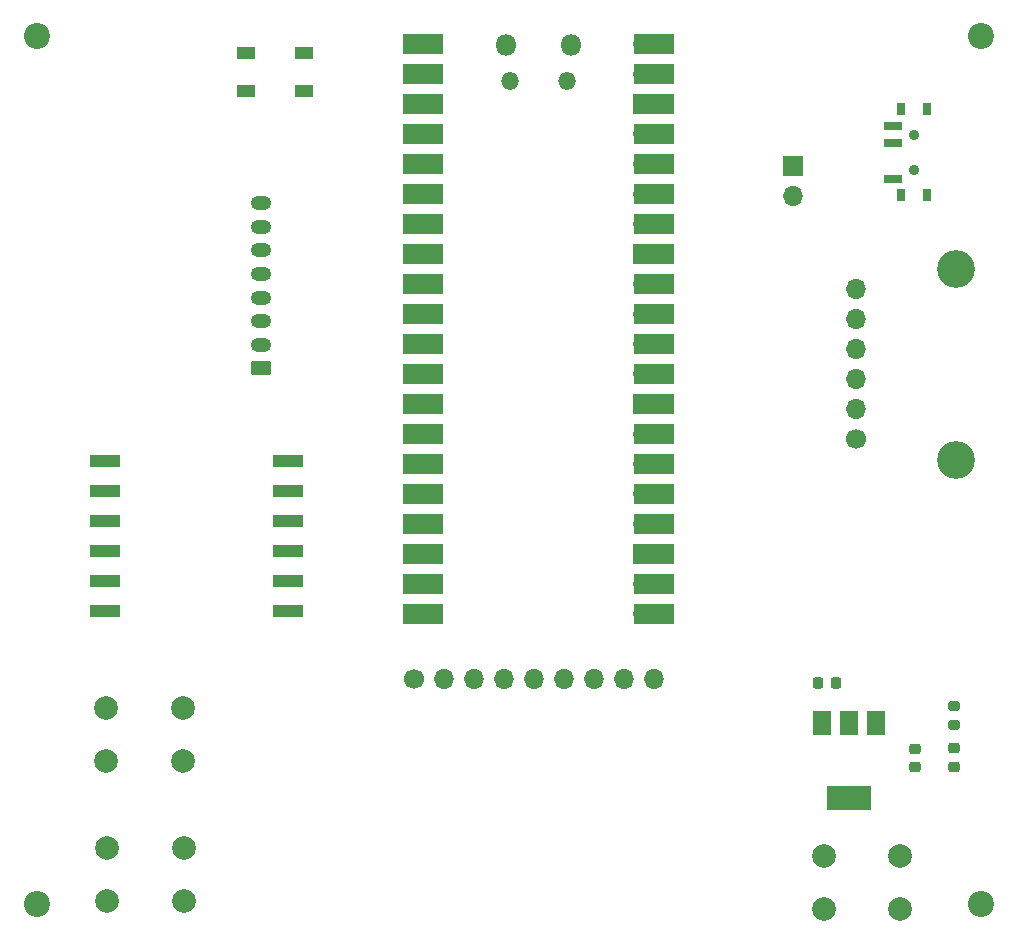
<source format=gbr>
%TF.GenerationSoftware,KiCad,Pcbnew,(6.0.7-1)-1*%
%TF.CreationDate,2022-12-28T22:22:49+00:00*%
%TF.ProjectId,pico-gps-datalogger,7069636f-2d67-4707-932d-646174616c6f,rev?*%
%TF.SameCoordinates,Original*%
%TF.FileFunction,Soldermask,Top*%
%TF.FilePolarity,Negative*%
%FSLAX46Y46*%
G04 Gerber Fmt 4.6, Leading zero omitted, Abs format (unit mm)*
G04 Created by KiCad (PCBNEW (6.0.7-1)-1) date 2022-12-28 22:22:49*
%MOMM*%
%LPD*%
G01*
G04 APERTURE LIST*
G04 Aperture macros list*
%AMRoundRect*
0 Rectangle with rounded corners*
0 $1 Rounding radius*
0 $2 $3 $4 $5 $6 $7 $8 $9 X,Y pos of 4 corners*
0 Add a 4 corners polygon primitive as box body*
4,1,4,$2,$3,$4,$5,$6,$7,$8,$9,$2,$3,0*
0 Add four circle primitives for the rounded corners*
1,1,$1+$1,$2,$3*
1,1,$1+$1,$4,$5*
1,1,$1+$1,$6,$7*
1,1,$1+$1,$8,$9*
0 Add four rect primitives between the rounded corners*
20,1,$1+$1,$2,$3,$4,$5,0*
20,1,$1+$1,$4,$5,$6,$7,0*
20,1,$1+$1,$6,$7,$8,$9,0*
20,1,$1+$1,$8,$9,$2,$3,0*%
G04 Aperture macros list end*
%ADD10RoundRect,0.200000X0.275000X-0.200000X0.275000X0.200000X-0.275000X0.200000X-0.275000X-0.200000X0*%
%ADD11C,1.700000*%
%ADD12O,1.700000X1.700000*%
%ADD13C,2.200000*%
%ADD14RoundRect,0.225000X0.250000X-0.225000X0.250000X0.225000X-0.250000X0.225000X-0.250000X-0.225000X0*%
%ADD15R,1.500000X1.000000*%
%ADD16RoundRect,0.250000X0.625000X-0.350000X0.625000X0.350000X-0.625000X0.350000X-0.625000X-0.350000X0*%
%ADD17O,1.750000X1.200000*%
%ADD18C,3.200000*%
%ADD19R,0.800000X1.000000*%
%ADD20C,0.900000*%
%ADD21R,1.500000X0.700000*%
%ADD22R,2.500000X1.000000*%
%ADD23C,2.000000*%
%ADD24R,1.700000X1.700000*%
%ADD25RoundRect,0.218750X-0.256250X0.218750X-0.256250X-0.218750X0.256250X-0.218750X0.256250X0.218750X0*%
%ADD26O,1.500000X1.500000*%
%ADD27O,1.800000X1.800000*%
%ADD28R,3.500000X1.700000*%
%ADD29R,1.500000X2.000000*%
%ADD30R,3.800000X2.000000*%
%ADD31RoundRect,0.225000X-0.225000X-0.250000X0.225000X-0.250000X0.225000X0.250000X-0.225000X0.250000X0*%
G04 APERTURE END LIST*
D10*
%TO.C,R1*%
X174847500Y-127875000D03*
X174847500Y-126225000D03*
%TD*%
D11*
%TO.C,J4*%
X166510000Y-103660000D03*
D12*
X166510000Y-101120000D03*
X166510000Y-98580000D03*
X166510000Y-96040000D03*
X166510000Y-93500000D03*
X166510000Y-90960000D03*
%TD*%
D13*
%TO.C,H4*%
X177100000Y-143000000D03*
%TD*%
%TO.C,H1*%
X97200000Y-69500000D03*
%TD*%
D11*
%TO.C,J2*%
X129100000Y-123960000D03*
D12*
X131640000Y-123960000D03*
X134180000Y-123960000D03*
X136720000Y-123960000D03*
X139260000Y-123960000D03*
X141800000Y-123960000D03*
X144340000Y-123960000D03*
X146880000Y-123960000D03*
X149420000Y-123960000D03*
%TD*%
D14*
%TO.C,C2*%
X171497500Y-131445000D03*
X171497500Y-129895000D03*
%TD*%
D13*
%TO.C,H2*%
X177100000Y-69500000D03*
%TD*%
D15*
%TO.C,D2*%
X119810000Y-74150000D03*
X119810000Y-70950000D03*
X114910000Y-70950000D03*
X114910000Y-74150000D03*
%TD*%
D16*
%TO.C,J1*%
X116120000Y-97680000D03*
D17*
X116120000Y-95680000D03*
X116120000Y-93680000D03*
X116120000Y-91680000D03*
X116120000Y-89680000D03*
X116120000Y-87680000D03*
X116120000Y-85680000D03*
X116120000Y-83680000D03*
%TD*%
D13*
%TO.C,H3*%
X97200000Y-143000000D03*
%TD*%
D18*
%TO.C,H6*%
X175000000Y-105400000D03*
%TD*%
D19*
%TO.C,SW4*%
X172540000Y-75730000D03*
X170330000Y-75730000D03*
X172540000Y-83030000D03*
D20*
X171440000Y-77880000D03*
X171440000Y-80880000D03*
D19*
X170330000Y-83030000D03*
D21*
X169680000Y-81630000D03*
X169680000Y-78630000D03*
X169680000Y-77130000D03*
%TD*%
D22*
%TO.C,U2*%
X102950000Y-105510000D03*
X102950000Y-108050000D03*
X102950000Y-110590000D03*
X102950000Y-113130000D03*
X102950000Y-115670000D03*
X102950000Y-118210000D03*
X118450000Y-118210000D03*
X118450000Y-115670000D03*
X118450000Y-113130000D03*
X118450000Y-110590000D03*
X118450000Y-108050000D03*
X118450000Y-105510000D03*
%TD*%
D23*
%TO.C,SW1*%
X109540000Y-126440000D03*
X103040000Y-126440000D03*
X103040000Y-130940000D03*
X109540000Y-130940000D03*
%TD*%
%TO.C,SW3*%
X170280000Y-138920000D03*
X163780000Y-138920000D03*
X163780000Y-143420000D03*
X170280000Y-143420000D03*
%TD*%
D24*
%TO.C,J3*%
X161160000Y-80500000D03*
D12*
X161160000Y-83040000D03*
%TD*%
D25*
%TO.C,D1*%
X174817500Y-129822500D03*
X174817500Y-131397500D03*
%TD*%
D26*
%TO.C,U3*%
X142060000Y-73335000D03*
X137210000Y-73335000D03*
D27*
X142360000Y-70305000D03*
X136910000Y-70305000D03*
D28*
X129845000Y-70175000D03*
D12*
X130745000Y-70175000D03*
X130745000Y-72715000D03*
D28*
X129845000Y-72715000D03*
D24*
X130745000Y-75255000D03*
D28*
X129845000Y-75255000D03*
D12*
X130745000Y-77795000D03*
D28*
X129845000Y-77795000D03*
X129845000Y-80335000D03*
D12*
X130745000Y-80335000D03*
D28*
X129845000Y-82875000D03*
D12*
X130745000Y-82875000D03*
X130745000Y-85415000D03*
D28*
X129845000Y-85415000D03*
D24*
X130745000Y-87955000D03*
D28*
X129845000Y-87955000D03*
D12*
X130745000Y-90495000D03*
D28*
X129845000Y-90495000D03*
D12*
X130745000Y-93035000D03*
D28*
X129845000Y-93035000D03*
D12*
X130745000Y-95575000D03*
D28*
X129845000Y-95575000D03*
X129845000Y-98115000D03*
D12*
X130745000Y-98115000D03*
D24*
X130745000Y-100655000D03*
D28*
X129845000Y-100655000D03*
D12*
X130745000Y-103195000D03*
D28*
X129845000Y-103195000D03*
X129845000Y-105735000D03*
D12*
X130745000Y-105735000D03*
X130745000Y-108275000D03*
D28*
X129845000Y-108275000D03*
X129845000Y-110815000D03*
D12*
X130745000Y-110815000D03*
D24*
X130745000Y-113355000D03*
D28*
X129845000Y-113355000D03*
D12*
X130745000Y-115895000D03*
D28*
X129845000Y-115895000D03*
X129845000Y-118435000D03*
D12*
X130745000Y-118435000D03*
X148525000Y-118435000D03*
D28*
X149425000Y-118435000D03*
X149425000Y-115895000D03*
D12*
X148525000Y-115895000D03*
D24*
X148525000Y-113355000D03*
D28*
X149425000Y-113355000D03*
D12*
X148525000Y-110815000D03*
D28*
X149425000Y-110815000D03*
X149425000Y-108275000D03*
D12*
X148525000Y-108275000D03*
D28*
X149425000Y-105735000D03*
D12*
X148525000Y-105735000D03*
X148525000Y-103195000D03*
D28*
X149425000Y-103195000D03*
X149425000Y-100655000D03*
D24*
X148525000Y-100655000D03*
D28*
X149425000Y-98115000D03*
D12*
X148525000Y-98115000D03*
D28*
X149425000Y-95575000D03*
D12*
X148525000Y-95575000D03*
D28*
X149425000Y-93035000D03*
D12*
X148525000Y-93035000D03*
D28*
X149425000Y-90495000D03*
D12*
X148525000Y-90495000D03*
D28*
X149425000Y-87955000D03*
D24*
X148525000Y-87955000D03*
D12*
X148525000Y-85415000D03*
D28*
X149425000Y-85415000D03*
X149425000Y-82875000D03*
D12*
X148525000Y-82875000D03*
X148525000Y-80335000D03*
D28*
X149425000Y-80335000D03*
X149425000Y-77795000D03*
D12*
X148525000Y-77795000D03*
D24*
X148525000Y-75255000D03*
D28*
X149425000Y-75255000D03*
X149425000Y-72715000D03*
D12*
X148525000Y-72715000D03*
X148525000Y-70175000D03*
D28*
X149425000Y-70175000D03*
%TD*%
D29*
%TO.C,U1*%
X168232500Y-127730000D03*
X165932500Y-127730000D03*
D30*
X165932500Y-134030000D03*
D29*
X163632500Y-127730000D03*
%TD*%
D23*
%TO.C,SW2*%
X103120000Y-138290000D03*
X109620000Y-138290000D03*
X103120000Y-142790000D03*
X109620000Y-142790000D03*
%TD*%
D18*
%TO.C,H5*%
X175020000Y-89240000D03*
%TD*%
D31*
%TO.C,C1*%
X163307500Y-124272500D03*
X164857500Y-124272500D03*
%TD*%
M02*

</source>
